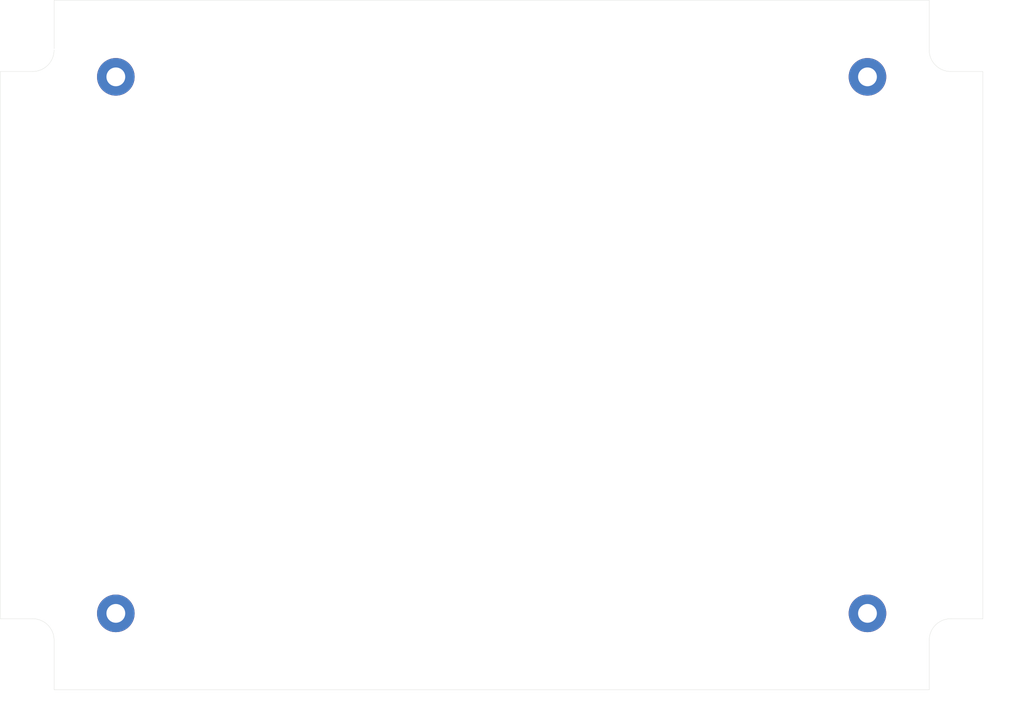
<source format=kicad_pcb>
(kicad_pcb (version 20171130) (host pcbnew "(5.1.4)-1")

  (general
    (thickness 1.6)
    (drawings 18)
    (tracks 0)
    (zones 0)
    (modules 4)
    (nets 1)
  )

  (page A4)
  (layers
    (0 F.Cu signal)
    (31 B.Cu signal)
    (32 B.Adhes user)
    (33 F.Adhes user)
    (34 B.Paste user)
    (35 F.Paste user)
    (36 B.SilkS user)
    (37 F.SilkS user)
    (38 B.Mask user)
    (39 F.Mask user)
    (40 Dwgs.User user)
    (41 Cmts.User user)
    (42 Eco1.User user)
    (43 Eco2.User user)
    (44 Edge.Cuts user)
    (45 Margin user)
    (46 B.CrtYd user)
    (47 F.CrtYd user)
    (48 B.Fab user)
    (49 F.Fab user)
  )

  (setup
    (last_trace_width 0.25)
    (trace_clearance 0.2)
    (zone_clearance 0.508)
    (zone_45_only no)
    (trace_min 0.2)
    (via_size 0.8)
    (via_drill 0.4)
    (via_min_size 0.4)
    (via_min_drill 0.3)
    (uvia_size 0.3)
    (uvia_drill 0.1)
    (uvias_allowed no)
    (uvia_min_size 0.2)
    (uvia_min_drill 0.1)
    (edge_width 0.05)
    (segment_width 0.2)
    (pcb_text_width 0.3)
    (pcb_text_size 1.5 1.5)
    (mod_edge_width 0.12)
    (mod_text_size 1 1)
    (mod_text_width 0.15)
    (pad_size 1.524 1.524)
    (pad_drill 0.762)
    (pad_to_mask_clearance 0.051)
    (solder_mask_min_width 0.25)
    (aux_axis_origin 0 0)
    (visible_elements 7FFFFFFF)
    (pcbplotparams
      (layerselection 0x010fc_ffffffff)
      (usegerberextensions false)
      (usegerberattributes false)
      (usegerberadvancedattributes false)
      (creategerberjobfile false)
      (excludeedgelayer true)
      (linewidth 0.100000)
      (plotframeref false)
      (viasonmask false)
      (mode 1)
      (useauxorigin false)
      (hpglpennumber 1)
      (hpglpenspeed 20)
      (hpglpendiameter 15.000000)
      (psnegative false)
      (psa4output false)
      (plotreference true)
      (plotvalue true)
      (plotinvisibletext false)
      (padsonsilk false)
      (subtractmaskfromsilk false)
      (outputformat 1)
      (mirror false)
      (drillshape 1)
      (scaleselection 1)
      (outputdirectory ""))
  )

  (net 0 "")

  (net_class Default "This is the default net class."
    (clearance 0.2)
    (trace_width 0.25)
    (via_dia 0.8)
    (via_drill 0.4)
    (uvia_dia 0.3)
    (uvia_drill 0.1)
  )

  (module MountingHole:MountingHole_3.5mm_Pad (layer F.Cu) (tedit 56D1B4CB) (tstamp 5D722C4E)
    (at 36.5 29.25)
    (descr "Mounting Hole 3.5mm")
    (tags "mounting hole 3.5mm")
    (attr virtual)
    (fp_text reference ~ (at 0 -4.5) (layer F.SilkS) hide
      (effects (font (size 1 1) (thickness 0.15)))
    )
    (fp_text value ~ (at 0 4.5) (layer F.Fab) hide
      (effects (font (size 1 1) (thickness 0.15)))
    )
    (fp_text user %R (at 0.3 0) (layer F.Fab)
      (effects (font (size 1 1) (thickness 0.15)))
    )
    (fp_circle (center 0 0) (end 3.5 0) (layer Cmts.User) (width 0.15))
    (fp_circle (center 0 0) (end 3.75 0) (layer F.CrtYd) (width 0.05))
    (pad ~ thru_hole circle (at 0 0) (size 7 7) (drill 3.5) (layers *.Cu *.Mask))
  )

  (module MountingHole:MountingHole_3.5mm_Pad (layer F.Cu) (tedit 56D1B4CB) (tstamp 5D722C40)
    (at 36.5 129.25)
    (descr "Mounting Hole 3.5mm")
    (tags "mounting hole 3.5mm")
    (attr virtual)
    (fp_text reference ~ (at 0 -4.5) (layer F.SilkS) hide
      (effects (font (size 1 1) (thickness 0.15)))
    )
    (fp_text value ~ (at 0 4.5) (layer F.Fab) hide
      (effects (font (size 1 1) (thickness 0.15)))
    )
    (fp_circle (center 0 0) (end 3.75 0) (layer F.CrtYd) (width 0.05))
    (fp_circle (center 0 0) (end 3.5 0) (layer Cmts.User) (width 0.15))
    (fp_text user %R (at 0.3 0) (layer F.Fab)
      (effects (font (size 1 1) (thickness 0.15)))
    )
    (pad ~ thru_hole circle (at 0 0) (size 7 7) (drill 3.5) (layers *.Cu *.Mask))
  )

  (module MountingHole:MountingHole_3.5mm_Pad (layer F.Cu) (tedit 56D1B4CB) (tstamp 5D722C32)
    (at 176.5 29.25)
    (descr "Mounting Hole 3.5mm")
    (tags "mounting hole 3.5mm")
    (attr virtual)
    (fp_text reference ~ (at 0 -4.5) (layer F.SilkS) hide
      (effects (font (size 1 1) (thickness 0.15)))
    )
    (fp_text value ~ (at 0 4.5) (layer F.Fab) hide
      (effects (font (size 1 1) (thickness 0.15)))
    )
    (fp_text user %R (at 0.3 0) (layer F.Fab)
      (effects (font (size 1 1) (thickness 0.15)))
    )
    (fp_circle (center 0 0) (end 3.5 0) (layer Cmts.User) (width 0.15))
    (fp_circle (center 0 0) (end 3.75 0) (layer F.CrtYd) (width 0.05))
    (pad ~ thru_hole circle (at 0 0) (size 7 7) (drill 3.5) (layers *.Cu *.Mask))
  )

  (module MountingHole:MountingHole_3.5mm_Pad (layer F.Cu) (tedit 56D1B4CB) (tstamp 5D722BFE)
    (at 176.5 129.25)
    (descr "Mounting Hole 3.5mm")
    (tags "mounting hole 3.5mm")
    (attr virtual)
    (fp_text reference ~ (at 0 -4.5) (layer F.SilkS) hide
      (effects (font (size 1 1) (thickness 0.15)))
    )
    (fp_text value ~ (at 0 4.5) (layer F.Fab) hide
      (effects (font (size 1 1) (thickness 0.15)))
    )
    (fp_circle (center 0 0) (end 3.75 0) (layer F.CrtYd) (width 0.05))
    (fp_circle (center 0 0) (end 3.5 0) (layer Cmts.User) (width 0.15))
    (fp_text user %R (at 0.3 0) (layer F.Fab)
      (effects (font (size 1 1) (thickness 0.15)))
    )
    (pad ~ thru_hole circle (at 0 0) (size 7 7) (drill 3.5) (layers *.Cu *.Mask))
  )

  (gr_arc (start 21 24.25) (end 21 28.25) (angle -90) (layer Edge.Cuts) (width 0.05))
  (gr_arc (start 192 24.25) (end 188 24.25) (angle -90) (layer Edge.Cuts) (width 0.05))
  (gr_arc (start 192 134.25) (end 192 130.25) (angle -90) (layer Edge.Cuts) (width 0.05))
  (gr_arc (start 21 134.25) (end 25 134.25) (angle -90) (layer Edge.Cuts) (width 0.05))
  (dimension 128.5 (width 0.15) (layer Dwgs.User)
    (gr_text "128.500 mm" (at 204.3 79.25 90) (layer Dwgs.User)
      (effects (font (size 1 1) (thickness 0.15)))
    )
    (feature1 (pts (xy 198 15) (xy 203.586421 15)))
    (feature2 (pts (xy 198 143.5) (xy 203.586421 143.5)))
    (crossbar (pts (xy 203 143.5) (xy 203 15)))
    (arrow1a (pts (xy 203 15) (xy 203.586421 16.126504)))
    (arrow1b (pts (xy 203 15) (xy 202.413579 16.126504)))
    (arrow2a (pts (xy 203 143.5) (xy 203.586421 142.373496)))
    (arrow2b (pts (xy 203 143.5) (xy 202.413579 142.373496)))
  )
  (dimension 183 (width 0.15) (layer Dwgs.User)
    (gr_text "183.000 mm" (at 106.5 148.8) (layer Dwgs.User)
      (effects (font (size 1 1) (thickness 0.15)))
    )
    (feature1 (pts (xy 198 143.5) (xy 198 148.086421)))
    (feature2 (pts (xy 15 143.5) (xy 15 148.086421)))
    (crossbar (pts (xy 15 147.5) (xy 198 147.5)))
    (arrow1a (pts (xy 198 147.5) (xy 196.873496 148.086421)))
    (arrow1b (pts (xy 198 147.5) (xy 196.873496 146.913579)))
    (arrow2a (pts (xy 15 147.5) (xy 16.126504 148.086421)))
    (arrow2b (pts (xy 15 147.5) (xy 16.126504 146.913579)))
  )
  (gr_line (start 15 130.25) (end 21 130.25) (layer Edge.Cuts) (width 0.05) (tstamp 5D725624))
  (gr_line (start 25 143.5) (end 25 134.25) (layer Edge.Cuts) (width 0.05) (tstamp 5D725620))
  (gr_line (start 188 134.25) (end 188 143.5) (layer Edge.Cuts) (width 0.05) (tstamp 5D72561A))
  (gr_line (start 192 130.25) (end 198 130.25) (layer Edge.Cuts) (width 0.05) (tstamp 5D725616))
  (gr_line (start 192 28.25) (end 198 28.25) (layer Edge.Cuts) (width 0.05) (tstamp 5D725610))
  (gr_line (start 188 15) (end 188 24.25) (layer Edge.Cuts) (width 0.05) (tstamp 5D72560D))
  (gr_line (start 25 24) (end 25 15) (layer Edge.Cuts) (width 0.05) (tstamp 5D725600))
  (gr_line (start 21 28.25) (end 15 28.25) (layer Edge.Cuts) (width 0.05) (tstamp 5D7255FA))
  (gr_line (start 198 130.25) (end 198 28.25) (layer Edge.Cuts) (width 0.05))
  (gr_line (start 15 28.25) (end 15 130.25) (layer Edge.Cuts) (width 0.05))
  (gr_line (start 25 143.5) (end 188 143.5) (layer Edge.Cuts) (width 0.05) (tstamp 5D722B58))
  (gr_line (start 25 15) (end 188 15) (layer Edge.Cuts) (width 0.05))

)

</source>
